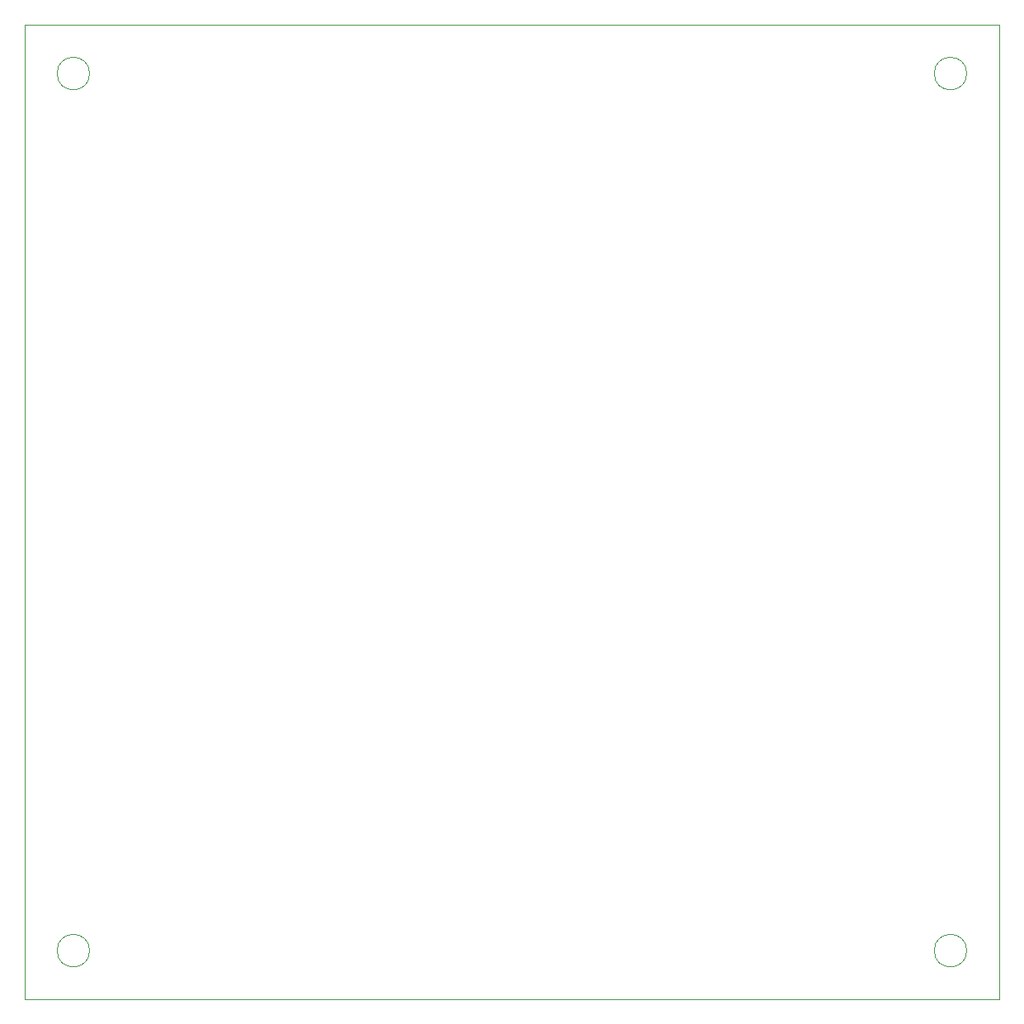
<source format=gbr>
%TF.GenerationSoftware,KiCad,Pcbnew,8.0.8-8.0.8-0~ubuntu24.04.1*%
%TF.CreationDate,2025-02-07T22:49:58+09:00*%
%TF.ProjectId,MainPowerSupply,4d61696e-506f-4776-9572-537570706c79,rev?*%
%TF.SameCoordinates,Original*%
%TF.FileFunction,Profile,NP*%
%FSLAX46Y46*%
G04 Gerber Fmt 4.6, Leading zero omitted, Abs format (unit mm)*
G04 Created by KiCad (PCBNEW 8.0.8-8.0.8-0~ubuntu24.04.1) date 2025-02-07 22:49:58*
%MOMM*%
%LPD*%
G01*
G04 APERTURE LIST*
%TA.AperFunction,Profile*%
%ADD10C,0.050000*%
%TD*%
G04 APERTURE END LIST*
D10*
X106670000Y-145000000D02*
G75*
G02*
X103330000Y-145000000I-1670000J0D01*
G01*
X103330000Y-145000000D02*
G75*
G02*
X106670000Y-145000000I1670000J0D01*
G01*
X196670000Y-145000000D02*
G75*
G02*
X193330000Y-145000000I-1670000J0D01*
G01*
X193330000Y-145000000D02*
G75*
G02*
X196670000Y-145000000I1670000J0D01*
G01*
X106670000Y-55000000D02*
G75*
G02*
X103330000Y-55000000I-1670000J0D01*
G01*
X103330000Y-55000000D02*
G75*
G02*
X106670000Y-55000000I1670000J0D01*
G01*
X196670000Y-55000000D02*
G75*
G02*
X193330000Y-55000000I-1670000J0D01*
G01*
X193330000Y-55000000D02*
G75*
G02*
X196670000Y-55000000I1670000J0D01*
G01*
X100000000Y-50000000D02*
X200000000Y-50000000D01*
X200000000Y-150000000D01*
X100000000Y-150000000D01*
X100000000Y-50000000D01*
M02*

</source>
